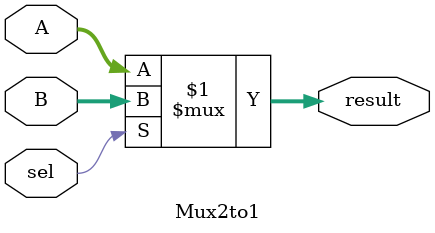
<source format=v>
module Mux2to1 #(
parameter N_bit=4
) (
  input [N_bit-1 : 0] A,B,
  input sel,
  output [N_bit-1 : 0] result


);
assign result = sel? B:A ;
endmodule 

</source>
